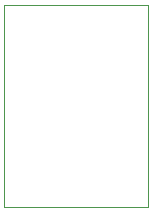
<source format=gbr>
G04*
G04 #@! TF.GenerationSoftware,Altium Limited,Altium Designer,25.0.2 (28)*
G04*
G04 Layer_Color=0*
%FSLAX25Y25*%
%MOIN*%
G70*
G04*
G04 #@! TF.SameCoordinates,061776E8-EAF2-49E9-AD8A-D8C15C8D69D4*
G04*
G04*
G04 #@! TF.FilePolarity,Positive*
G04*
G01*
G75*
%ADD30C,0.00100*%
D30*
X0Y0D02*
Y67300D01*
X48000D01*
Y0D01*
X0D01*
M02*

</source>
